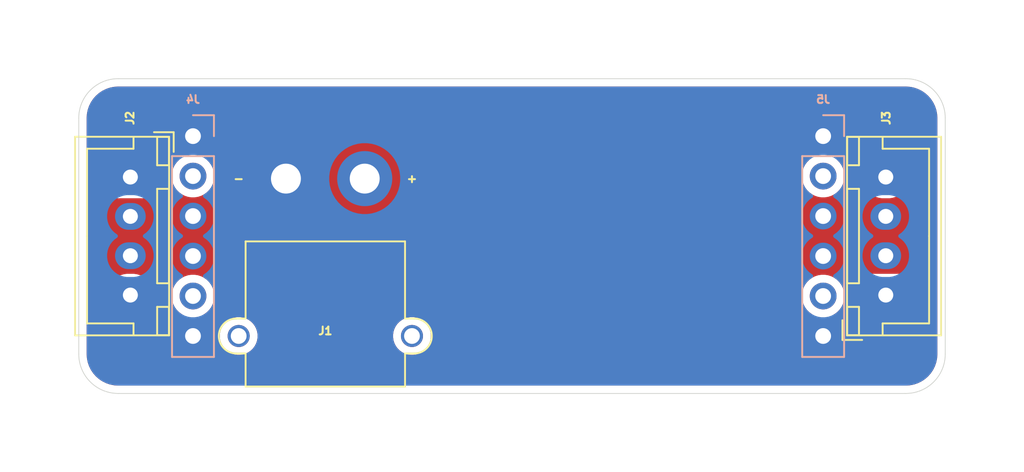
<source format=kicad_pcb>
(kicad_pcb (version 20241229) (generator "pcbnew") (generator_version "9.0")
  (layers (0 "F.Cu" signal) (2 "B.Cu" signal) (13 "F.Paste" user) (15 "B.Paste" user) (5 "F.SilkS" user "F.Silkscreen") (7 "B.SilkS" user "B.Silkscreen") (1 "F.Mask" user) (3 "B.Mask" user) (25 "Edge.Cuts" user))
  (net 0 "")
  (net 2 "GND")
  (net 6 "+5V")
  (footprint "Connector_AMASS:AMASS_XT30PW-M_1x02_P2.50mm_Horizontal" (layer "F.Cu") (at 85.65 111.35 180)
    (property "Reference" "J1" (at -2.5 -9.675 0) (layer "F.SilkS") (effects (font (size 0.5 0.5) (thickness 0.125))))
    (property "Value" "S JST" (hide yes))
    (fp_line (start 2.56 -8.89) (end 3.15 -8.89) (stroke (width 0.12)) (layer "F.SilkS"))
    (fp_line (start 2.56 -8.89) (end 2.56 -3.99) (stroke (width 0.12)) (layer "F.SilkS"))
    (fp_line (start 2.56 -11.11) (end 3.15 -11.11) (stroke (width 0.12)) (layer "F.SilkS"))
    (fp_line (start 2.56 -13.21) (end 2.56 -11.11) (stroke (width 0.12)) (layer "F.SilkS"))
    (fp_line (start -7.56 -3.99) (end 2.56 -3.99) (stroke (width 0.12)) (layer "F.SilkS"))
    (fp_line (start -7.56 -8.89) (end -7.56 -3.99) (stroke (width 0.12)) (layer "F.SilkS"))
    (fp_line (start -7.56 -13.21) (end 2.56 -13.21) (stroke (width 0.12)) (layer "F.SilkS"))
    (fp_line (start -7.56 -13.21) (end -7.56 -11.11) (stroke (width 0.12)) (layer "F.SilkS"))
    (fp_line (start -8.15 -8.89) (end -7.56 -8.89) (stroke (width 0.12)) (layer "F.SilkS"))
    (fp_line (start -8.15 -11.11) (end -7.56 -11.11) (stroke (width 0.12)) (layer "F.SilkS"))
    (fp_arc (start 3.15 -11.11) (mid 4.26 -10) (end 3.15 -8.89) (stroke (width 0.12)) (layer "F.SilkS"))
    (fp_arc (start -8.15 -8.89) (mid -9.26 -10) (end -8.15 -11.11) (stroke (width 0.12)) (layer "F.SilkS"))
    (fp_text user "-" (at 3 0 0) (layer "F.SilkS") (effects (font (size 0.5 0.5))))
    (fp_text user "+" (at -8 0 0) (layer "F.SilkS") (effects (font (size 0.5 0.5))))
    (pad "" thru_hole circle (at -8 -10 180) (size 1.4 1.4) (drill 1) (layers "*.Cu" "*.Mask"))
    (pad "" thru_hole circle (at 3 -10 180) (size 1.4 1.4) (drill 1) (layers "*.Cu" "*.Mask"))
    (pad "1" thru_hole roundrect (at 0 0 180) (size 3.5 3.5) (drill 1.9) (layers "*.Cu" "*.Mask") (roundrect_rratio 0.22) (net 2 "GND"))
    (pad "2" thru_hole circle (at -5 0 180) (size 3.5 3.5) (drill 1.9) (layers "*.Cu" "*.Mask") (net 6 "+5V"))
  )
  (footprint "Connector_JST:JST_XH_B4B-XH-A_1x04_P2.50mm_Vertical" (layer "F.Cu") (at 75.775 111.25 -90)
    (property "Reference" "J2" (at -3.75 0.025 90) (layer "F.SilkS") (effects (font (size 0.5 0.5))))
    (property "Value" "D0 FFC" (hide yes))
    (fp_line (start -2.56 3.51) (end 10.06 3.51) (stroke (width 0.12)) (layer "F.SilkS"))
    (fp_line (start 10.06 3.51) (end 10.06 -2.46) (stroke (width 0.12)) (layer "F.SilkS"))
    (fp_line (start -1.8 2.75) (end 3.75 2.75) (stroke (width 0.12)) (layer "F.SilkS"))
    (fp_line (start 9.3 2.75) (end 3.75 2.75) (stroke (width 0.12)) (layer "F.SilkS"))
    (fp_line (start -2.55 -0.2) (end -1.8 -0.2) (stroke (width 0.12)) (layer "F.SilkS"))
    (fp_line (start -1.8 -0.2) (end -1.8 2.75) (stroke (width 0.12)) (layer "F.SilkS"))
    (fp_line (start 9.3 -0.2) (end 9.3 2.75) (stroke (width 0.12)) (layer "F.SilkS"))
    (fp_line (start 10.05 -0.2) (end 9.3 -0.2) (stroke (width 0.12)) (layer "F.SilkS"))
    (fp_line (start -2.55 -1.7) (end -0.75 -1.7) (stroke (width 0.12)) (layer "F.SilkS"))
    (fp_line (start -0.75 -1.7) (end -0.75 -2.45) (stroke (width 0.12)) (layer "F.SilkS"))
    (fp_line (start 0.75 -1.7) (end 6.75 -1.7) (stroke (width 0.12)) (layer "F.SilkS"))
    (fp_line (start 6.75 -1.7) (end 6.75 -2.45) (stroke (width 0.12)) (layer "F.SilkS"))
    (fp_line (start 8.25 -1.7) (end 10.05 -1.7) (stroke (width 0.12)) (layer "F.SilkS"))
    (fp_line (start 10.05 -1.7) (end 10.05 -2.45) (stroke (width 0.12)) (layer "F.SilkS"))
    (fp_line (start -2.55 -2.45) (end -2.55 -1.7) (stroke (width 0.12)) (layer "F.SilkS"))
    (fp_line (start -0.75 -2.45) (end -2.55 -2.45) (stroke (width 0.12)) (layer "F.SilkS"))
    (fp_line (start 0.75 -2.45) (end 0.75 -1.7) (stroke (width 0.12)) (layer "F.SilkS"))
    (fp_line (start 6.75 -2.45) (end 0.75 -2.45) (stroke (width 0.12)) (layer "F.SilkS"))
    (fp_line (start 8.25 -2.45) (end 8.25 -1.7) (stroke (width 0.12)) (layer "F.SilkS"))
    (fp_line (start 10.05 -2.45) (end 8.25 -2.45) (stroke (width 0.12)) (layer "F.SilkS"))
    (fp_line (start -2.56 -2.46) (end -2.56 3.51) (stroke (width 0.12)) (layer "F.SilkS"))
    (fp_line (start 10.06 -2.46) (end -2.56 -2.46) (stroke (width 0.12)) (layer "F.SilkS"))
    (fp_line (start -2.85 -2.75) (end -2.85 -1.5) (stroke (width 0.12)) (layer "F.SilkS"))
    (fp_line (start -1.6 -2.75) (end -2.85 -2.75) (stroke (width 0.12)) (layer "F.SilkS"))
    (pad "1" thru_hole roundrect (at 0 0 270) (size 1.7 1.95) (drill 0.95) (layers "*.Cu" "*.Mask") (roundrect_rratio 0.147059) (net 2 "GND"))
    (pad "2" thru_hole oval (at 2.5 0 270) (size 1.7 1.95) (drill 0.95) (layers "*.Cu" "*.Mask") (net 6 "+5V"))
    (pad "3" thru_hole oval (at 5 0 270) (size 1.7 1.95) (drill 0.95) (layers "*.Cu" "*.Mask") (net 6 "+5V"))
    (pad "4" thru_hole oval (at 7.5 0 270) (size 1.7 1.95) (drill 0.95) (layers "*.Cu" "*.Mask") (net 2 "GND"))
  )
  (footprint "Connector_JST:JST_XH_B4B-XH-A_1x04_P2.50mm_Vertical" (layer "F.Cu") (at 123.725 118.75 90)
    (property "Reference" "J3" (at 11.25 0.025 90) (layer "F.SilkS") (effects (font (size 0.5 0.5))))
    (property "Value" "D1 FFC" (hide yes))
    (fp_line (start -1.6 -2.75) (end -2.85 -2.75) (stroke (width 0.12)) (layer "F.SilkS"))
    (fp_line (start -2.85 -2.75) (end -2.85 -1.5) (stroke (width 0.12)) (layer "F.SilkS"))
    (fp_line (start 10.06 -2.46) (end -2.56 -2.46) (stroke (width 0.12)) (layer "F.SilkS"))
    (fp_line (start -2.56 -2.46) (end -2.56 3.51) (stroke (width 0.12)) (layer "F.SilkS"))
    (fp_line (start 10.05 -2.45) (end 8.25 -2.45) (stroke (width 0.12)) (layer "F.SilkS"))
    (fp_line (start 8.25 -2.45) (end 8.25 -1.7) (stroke (width 0.12)) (layer "F.SilkS"))
    (fp_line (start 6.75 -2.45) (end 0.75 -2.45) (stroke (width 0.12)) (layer "F.SilkS"))
    (fp_line (start 0.75 -2.45) (end 0.75 -1.7) (stroke (width 0.12)) (layer "F.SilkS"))
    (fp_line (start -0.75 -2.45) (end -2.55 -2.45) (stroke (width 0.12)) (layer "F.SilkS"))
    (fp_line (start -2.55 -2.45) (end -2.55 -1.7) (stroke (width 0.12)) (layer "F.SilkS"))
    (fp_line (start 10.05 -1.7) (end 10.05 -2.45) (stroke (width 0.12)) (layer "F.SilkS"))
    (fp_line (start 8.25 -1.7) (end 10.05 -1.7) (stroke (width 0.12)) (layer "F.SilkS"))
    (fp_line (start 6.75 -1.7) (end 6.75 -2.45) (stroke (width 0.12)) (layer "F.SilkS"))
    (fp_line (start 0.75 -1.7) (end 6.75 -1.7) (stroke (width 0.12)) (layer "F.SilkS"))
    (fp_line (start -0.75 -1.7) (end -0.75 -2.45) (stroke (width 0.12)) (layer "F.SilkS"))
    (fp_line (start -2.55 -1.7) (end -0.75 -1.7) (stroke (width 0.12)) (layer "F.SilkS"))
    (fp_line (start 10.05 -0.2) (end 9.3 -0.2) (stroke (width 0.12)) (layer "F.SilkS"))
    (fp_line (start 9.3 -0.2) (end 9.3 2.75) (stroke (width 0.12)) (layer "F.SilkS"))
    (fp_line (start -1.8 -0.2) (end -1.8 2.75) (stroke (width 0.12)) (layer "F.SilkS"))
    (fp_line (start -2.55 -0.2) (end -1.8 -0.2) (stroke (width 0.12)) (layer "F.SilkS"))
    (fp_line (start 9.3 2.75) (end 3.75 2.75) (stroke (width 0.12)) (layer "F.SilkS"))
    (fp_line (start -1.8 2.75) (end 3.75 2.75) (stroke (width 0.12)) (layer "F.SilkS"))
    (fp_line (start 10.06 3.51) (end 10.06 -2.46) (stroke (width 0.12)) (layer "F.SilkS"))
    (fp_line (start -2.56 3.51) (end 10.06 3.51) (stroke (width 0.12)) (layer "F.SilkS"))
    (pad "1" thru_hole roundrect (at 0 0 90) (size 1.7 1.95) (drill 0.95) (layers "*.Cu" "*.Mask") (roundrect_rratio 0.147059) (net 2 "GND"))
    (pad "2" thru_hole oval (at 2.5 0 90) (size 1.7 1.95) (drill 0.95) (layers "*.Cu" "*.Mask") (net 6 "+5V"))
    (pad "3" thru_hole oval (at 5 0 90) (size 1.7 1.95) (drill 0.95) (layers "*.Cu" "*.Mask") (net 6 "+5V"))
    (pad "4" thru_hole oval (at 7.5 0 90) (size 1.7 1.95) (drill 0.95) (layers "*.Cu" "*.Mask") (net 2 "GND"))
  )
  (footprint "Connector_PinHeader_2.54mm:PinHeader_1x06_P2.54mm_Vertical" (layer "B.Cu") (at 79.75 108.65 180)
    (property "Reference" "J4" (at 0 2.33 0) (layer "B.SilkS") (effects (font (size 0.5 0.5) (thickness 0.125)) (justify mirror)))
    (property "Value" "S Pins A" (hide yes))
    (fp_line (start 1.33 -1.27) (end -1.33 -1.27) (stroke (width 0.12)) (layer "B.SilkS"))
    (fp_line (start 1.33 -14.03) (end 1.33 -1.27) (stroke (width 0.12)) (layer "B.SilkS"))
    (fp_line (start 1.33 -14.03) (end -1.33 -14.03) (stroke (width 0.12)) (layer "B.SilkS"))
    (fp_line (start 0 1.33) (end -1.33 1.33) (stroke (width 0.12)) (layer "B.SilkS"))
    (fp_line (start -1.33 1.33) (end -1.33 0) (stroke (width 0.12)) (layer "B.SilkS"))
    (fp_line (start -1.33 -14.03) (end -1.33 -1.27) (stroke (width 0.12)) (layer "B.SilkS"))
    (pad "1" thru_hole rect (at 0 0 180) (size 1.7 1.7) (drill 1) (layers "*.Cu" "*.Mask") (net 2 "GND"))
    (pad "2" thru_hole oval (at 0 -2.54 180) (size 1.7 1.7) (drill 1) (layers "*.Cu" "*.Mask"))
    (pad "3" thru_hole oval (at 0 -5.08 180) (size 1.7 1.7) (drill 1) (layers "*.Cu" "*.Mask") (net 6 "+5V"))
    (pad "4" thru_hole oval (at 0 -7.62 180) (size 1.7 1.7) (drill 1) (layers "*.Cu" "*.Mask") (net 6 "+5V"))
    (pad "5" thru_hole oval (at 0 -10.16 180) (size 1.7 1.7) (drill 1) (layers "*.Cu" "*.Mask"))
    (pad "6" thru_hole oval (at 0 -12.7 180) (size 1.7 1.7) (drill 1) (layers "*.Cu" "*.Mask") (net 2 "GND"))
  )
  (footprint "Connector_PinHeader_2.54mm:PinHeader_1x06_P2.54mm_Vertical" (layer "B.Cu") (at 119.75 108.65 180)
    (property "Reference" "J5" (at 0 2.33 0) (layer "B.SilkS") (effects (font (size 0.5 0.5) (thickness 0.125)) (justify mirror)))
    (property "Value" "S Pins B" (hide yes))
    (fp_line (start 1.33 -1.27) (end -1.33 -1.27) (stroke (width 0.12)) (layer "B.SilkS"))
    (fp_line (start 1.33 -14.03) (end 1.33 -1.27) (stroke (width 0.12)) (layer "B.SilkS"))
    (fp_line (start 1.33 -14.03) (end -1.33 -14.03) (stroke (width 0.12)) (layer "B.SilkS"))
    (fp_line (start 0 1.33) (end -1.33 1.33) (stroke (width 0.12)) (layer "B.SilkS"))
    (fp_line (start -1.33 1.33) (end -1.33 0) (stroke (width 0.12)) (layer "B.SilkS"))
    (fp_line (start -1.33 -14.03) (end -1.33 -1.27) (stroke (width 0.12)) (layer "B.SilkS"))
    (pad "1" thru_hole rect (at 0 0 180) (size 1.7 1.7) (drill 1) (layers "*.Cu" "*.Mask") (net 2 "GND"))
    (pad "2" thru_hole oval (at 0 -2.54 180) (size 1.7 1.7) (drill 1) (layers "*.Cu" "*.Mask"))
    (pad "3" thru_hole oval (at 0 -5.08 180) (size 1.7 1.7) (drill 1) (layers "*.Cu" "*.Mask") (net 6 "+5V"))
    (pad "4" thru_hole oval (at 0 -7.62 180) (size 1.7 1.7) (drill 1) (layers "*.Cu" "*.Mask") (net 6 "+5V"))
    (pad "5" thru_hole oval (at 0 -10.16 180) (size 1.7 1.7) (drill 1) (layers "*.Cu" "*.Mask"))
    (pad "6" thru_hole oval (at 0 -12.7 180) (size 1.7 1.7) (drill 1) (layers "*.Cu" "*.Mask") (net 2 "GND"))
  )
  (gr_arc (start 127.5 122.5) (mid 126.767767 124.267767) (end 125 125) (stroke (width 0.05)) (layer "Edge.Cuts"))
  (gr_line (start 72.5 122.5) (end 72.5 107.5) (stroke (width 0.05)) (layer "Edge.Cuts"))
  (gr_line (start 125 125) (end 75 125) (stroke (width 0.05)) (layer "Edge.Cuts"))
  (gr_arc (start 125 105) (mid 126.767767 105.732233) (end 127.5 107.5) (stroke (width 0.05)) (layer "Edge.Cuts"))
  (gr_line (start 75 105) (end 125 105) (stroke (width 0.05)) (layer "Edge.Cuts"))
  (gr_arc (start 75 125) (mid 73.232233 124.267767) (end 72.5 122.5) (stroke (width 0.05)) (layer "Edge.Cuts"))
  (gr_line (start 127.5 107.5) (end 127.5 122.5) (stroke (width 0.05)) (layer "Edge.Cuts"))
  (gr_arc (start 72.5 107.5) (mid 73.232233 105.732233) (end 75 105) (stroke (width 0.05)) (layer "Edge.Cuts"))
  (zone (net 6) (net_name "+5V") (layer "F.Cu") (priority 1) (connect_pads yes (clearance 0.5)) (min_thickness 0.25) (fill yes (thermal_gap 0.5) (thermal_bridge_width 0.5) (island_removal_mode 1) (island_area_min 10))
    (polygon (pts (xy 70 102.5) (xy 130 102.5) (xy 130 128.5) (xy 70 128.5)))
  )
  (zone (net 2) (net_name "GND") (layer "B.Cu") (priority 4) (connect_pads yes (clearance 0.5)) (min_thickness 0.25) (fill yes (thermal_gap 0.5) (thermal_bridge_width 0.5) (island_removal_mode 1) (island_area_min 10))
    (polygon (pts (xy 67.5 100) (xy 132.5 100) (xy 132.5 130) (xy 67.5 130)))
  )
)
</source>
